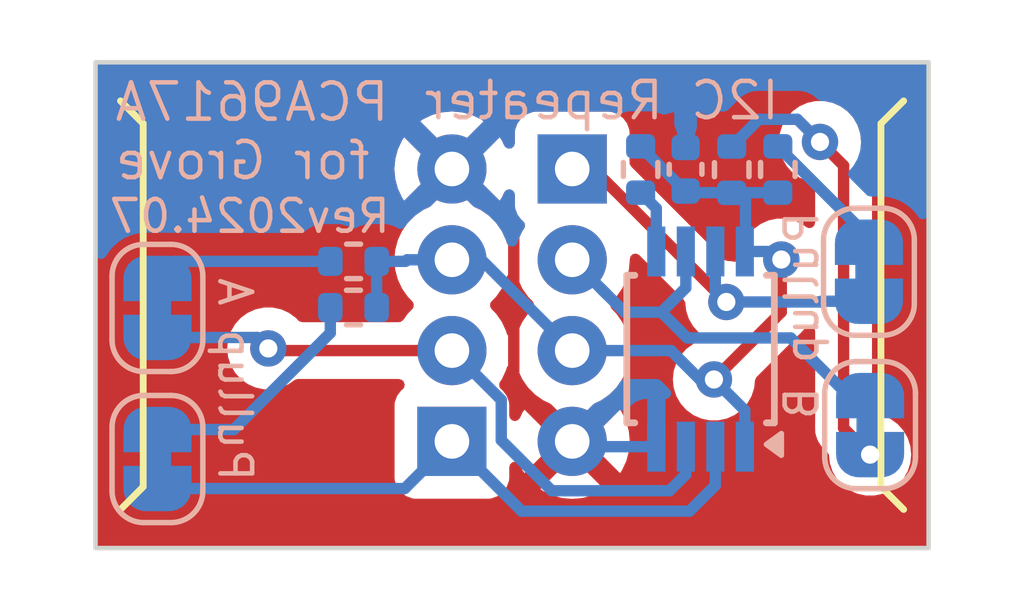
<source format=kicad_pcb>
(kicad_pcb (version 20221018) (generator pcbnew)
  (layers (0 "F.Cu" signal) (31 "B.Cu" signal) (34 "B.Paste" user) (35 "F.Paste" user) (36 "B.SilkS" user "B.Silkscreen") (37 "F.SilkS" user "F.Silkscreen") (38 "B.Mask" user) (39 "F.Mask" user) (44 "Edge.Cuts" user))
  (net 0 "")
  (net 1 "VCC")
  (net 2 "GND")
  (net 3 "/SCL0")
  (net 4 "/SDA0")
  (net 5 "/SCL1")
  (net 6 "/SDA1")
  (net 7 "Net-(U1-EN)")
  (net 8 "Net-(JP1-A)")
  (net 9 "Net-(JP2-A)")
  (net 10 "Net-(JP3-A)")
  (net 11 "Net-(JP4-A)")
  (footprint "asukiaaa-kicad-footprints:NS-Tech_Grove_1x04_P2mm_Horizontal_silk_inside" (layer "F.Cu") (at 174.05 57.15 180)
    (fp_text reference "J1" hide)
    (fp_text value "Grove-I2C")
    (fp_line (start 6.8 -4) (end 6.8 4) (stroke (width 0.15)) (layer "F.SilkS"))
    (fp_line (start 6.8 4) (end 7.3 4.5) (stroke (width 0.15)) (layer "F.SilkS"))
    (fp_line (start 7.3 -4.5) (end 6.8 -4) (stroke (width 0.15)) (layer "F.SilkS"))
    (pad "1" thru_hole rect (at 0 -3 180) (size 1.524 1.524) (drill 0.762) (layers "*.Cu" "*.Mask") (net 3 "/SCL0"))
    (pad "2" thru_hole circle (at 0 -1 180) (size 1.524 1.524) (drill 0.762) (layers "*.Cu" "*.Mask") (net 4 "/SDA0"))
    (pad "3" thru_hole circle (at 0 1 180) (size 1.524 1.524) (drill 0.762) (layers "*.Cu" "*.Mask") (net 1 "VCC"))
    (pad "4" thru_hole circle (at 0 3 180) (size 1.524 1.524) (drill 0.762) (layers "*.Cu" "*.Mask") (net 2 "GND"))
  )
  (footprint "asukiaaa-kicad-footprints:NS-Tech_Grove_1x04_P2mm_Horizontal_silk_inside" (layer "F.Cu") (at 176.7 57.15)
    (fp_text reference "J2" hide)
    (fp_text value "Grove-I2C")
    (fp_line (start 6.8 -4) (end 6.8 4) (stroke (width 0.15)) (layer "F.SilkS"))
    (fp_line (start 6.8 4) (end 7.3 4.5) (stroke (width 0.15)) (layer "F.SilkS"))
    (fp_line (start 7.3 -4.5) (end 6.8 -4) (stroke (width 0.15)) (layer "F.SilkS"))
    (pad "1" thru_hole rect (at 0 -3) (size 1.524 1.524) (drill 0.762) (layers "*.Cu" "*.Mask") (net 5 "/SCL1"))
    (pad "2" thru_hole circle (at 0 -1) (size 1.524 1.524) (drill 0.762) (layers "*.Cu" "*.Mask") (net 6 "/SDA1"))
    (pad "3" thru_hole circle (at 0 1) (size 1.524 1.524) (drill 0.762) (layers "*.Cu" "*.Mask") (net 1 "VCC"))
    (pad "4" thru_hole circle (at 0 3) (size 1.524 1.524) (drill 0.762) (layers "*.Cu" "*.Mask") (net 2 "GND"))
  )
  (footprint "Resistor_SMD:R_0402_1005Metric" (layer "B.Cu") (at 171.8818 57.2008 180)
    (fp_text reference "R2" hide)
    (fp_text value "10k")
    (fp_line (start -0.153641 -0.38) (end 0.153641 -0.38) (stroke (width 0.12)) (layer "B.SilkS"))
    (fp_line (start -0.153641 0.38) (end 0.153641 0.38) (stroke (width 0.12)) (layer "B.SilkS"))
    (pad "1" smd roundrect (at -0.51 0 180) (size 0.54 0.64) (layers "B.Cu" "B.Paste" "B.Mask") (net 1 "VCC"))
    (pad "2" smd roundrect (at 0.51 0 180) (size 0.54 0.64) (layers "B.Cu" "B.Paste" "B.Mask") (net 8 "Net-(JP1-A)"))
  )
  (footprint "Resistor_SMD:R_0402_1005Metric" (layer "B.Cu") (at 171.8838 56.1848 180)
    (fp_text reference "R3" hide)
    (fp_text value "10k")
    (fp_line (start -0.153641 -0.38) (end 0.153641 -0.38) (stroke (width 0.12)) (layer "B.SilkS"))
    (fp_line (start -0.153641 0.38) (end 0.153641 0.38) (stroke (width 0.12)) (layer "B.SilkS"))
    (pad "1" smd roundrect (at -0.51 0 180) (size 0.54 0.64) (layers "B.Cu" "B.Paste" "B.Mask") (net 1 "VCC"))
    (pad "2" smd roundrect (at 0.51 0 180) (size 0.54 0.64) (layers "B.Cu" "B.Paste" "B.Mask") (net 9 "Net-(JP2-A)"))
  )
  (footprint "Jumper:SolderJumper-2_P1.3mm_Bridged_RoundedPad1.0x1.5mm" (layer "B.Cu") (at 167.5638 57.2112 -90)
    (fp_text reference "JP2" hide)
    (fp_text value "Bridged")
    (fp_poly (pts (xy 0.25 0.3) (xy -0.25 0.3) (xy -0.25 -0.3) (xy 0.25 -0.3)) (fill solid) (layer "B.Cu"))
    (fp_line (start -1.4 -0.3) (end -1.4 0.3) (stroke (width 0.12)) (layer "B.SilkS"))
    (fp_line (start -0.7 1) (end 0.7 1) (stroke (width 0.12)) (layer "B.SilkS"))
    (fp_line (start 0.7 -1) (end -0.7 -1) (stroke (width 0.12)) (layer "B.SilkS"))
    (fp_line (start 1.4 0.3) (end 1.4 -0.3) (stroke (width 0.12)) (layer "B.SilkS"))
    (fp_arc (start -1.4 -0.3) (mid -1.194975 -0.794975) (end -0.7 -1) (stroke (width 0.12)) (layer "B.SilkS"))
    (fp_arc (start -0.7 1) (mid -1.194975 0.794975) (end -1.4 0.3) (stroke (width 0.12)) (layer "B.SilkS"))
    (fp_arc (start 0.7 -1) (mid 1.194975 -0.794975) (end 1.4 -0.3) (stroke (width 0.12)) (layer "B.SilkS"))
    (fp_arc (start 1.4 0.3) (mid 1.194975 0.794975) (end 0.7 1) (stroke (width 0.12)) (layer "B.SilkS"))
    (pad "1" smd custom (at -0.65 0 270) (size 1 0.5) (layers "B.Cu" "B.Mask") (net 9 "Net-(JP2-A)") (options (clearance outline) (anchor rect)) (primitives (gr_circle (center 0 -0.25) (end 0.5 -0.25) (width 0) (fill yes)) (gr_circle (center 0 0.25) (end 0.5 0.25) (width 0) (fill yes)) (gr_poly (pts (xy 0.5 -0.75) (xy 0 -0.75) (xy 0 0.75) (xy 0.5 0.75)) (width 0) (fill yes))))
    (pad "2" smd custom (at 0.65 0 270) (size 1 0.5) (layers "B.Cu" "B.Mask") (net 4 "/SDA0") (options (clearance outline) (anchor rect)) (primitives (gr_circle (center 0 -0.25) (end 0.5 -0.25) (width 0) (fill yes)) (gr_circle (center 0 0.25) (end 0.5 0.25) (width 0) (fill yes)) (gr_poly (pts (xy 0 -0.75) (xy -0.5 -0.75) (xy -0.5 0.75) (xy 0 0.75)) (width 0) (fill yes))))
  )
  (footprint "Jumper:SolderJumper-2_P1.3mm_Bridged_RoundedPad1.0x1.5mm" (layer "B.Cu") (at 167.5638 60.5386 -90)
    (fp_text reference "JP1" hide)
    (fp_text value "Bridged")
    (fp_poly (pts (xy 0.25 0.3) (xy -0.25 0.3) (xy -0.25 -0.3) (xy 0.25 -0.3)) (fill solid) (layer "B.Cu"))
    (fp_line (start -1.4 -0.3) (end -1.4 0.3) (stroke (width 0.12)) (layer "B.SilkS"))
    (fp_line (start -0.7 1) (end 0.7 1) (stroke (width 0.12)) (layer "B.SilkS"))
    (fp_line (start 0.7 -1) (end -0.7 -1) (stroke (width 0.12)) (layer "B.SilkS"))
    (fp_line (start 1.4 0.3) (end 1.4 -0.3) (stroke (width 0.12)) (layer "B.SilkS"))
    (fp_arc (start -1.4 -0.3) (mid -1.194975 -0.794975) (end -0.7 -1) (stroke (width 0.12)) (layer "B.SilkS"))
    (fp_arc (start -0.7 1) (mid -1.194975 0.794975) (end -1.4 0.3) (stroke (width 0.12)) (layer "B.SilkS"))
    (fp_arc (start 0.7 -1) (mid 1.194975 -0.794975) (end 1.4 -0.3) (stroke (width 0.12)) (layer "B.SilkS"))
    (fp_arc (start 1.4 0.3) (mid 1.194975 0.794975) (end 0.7 1) (stroke (width 0.12)) (layer "B.SilkS"))
    (pad "1" smd custom (at -0.65 0 270) (size 1 0.5) (layers "B.Cu" "B.Mask") (net 8 "Net-(JP1-A)") (options (clearance outline) (anchor rect)) (primitives (gr_circle (center 0 -0.25) (end 0.5 -0.25) (width 0) (fill yes)) (gr_circle (center 0 0.25) (end 0.5 0.25) (width 0) (fill yes)) (gr_poly (pts (xy 0.5 -0.75) (xy 0 -0.75) (xy 0 0.75) (xy 0.5 0.75)) (width 0) (fill yes))))
    (pad "2" smd custom (at 0.65 0 270) (size 1 0.5) (layers "B.Cu" "B.Mask") (net 3 "/SCL0") (options (clearance outline) (anchor rect)) (primitives (gr_circle (center 0 -0.25) (end 0.5 -0.25) (width 0) (fill yes)) (gr_circle (center 0 0.25) (end 0.5 0.25) (width 0) (fill yes)) (gr_poly (pts (xy 0 -0.75) (xy -0.5 -0.75) (xy -0.5 0.75) (xy 0 0.75)) (width 0) (fill yes))))
  )
  (footprint "Jumper:SolderJumper-2_P1.3mm_Bridged_RoundedPad1.0x1.5mm" (layer "B.Cu") (at 183.2356 56.4134 -90)
    (fp_text reference "JP3" hide)
    (fp_text value "Bridged")
    (fp_poly (pts (xy 0.25 0.3) (xy -0.25 0.3) (xy -0.25 -0.3) (xy 0.25 -0.3)) (fill solid) (layer "B.Cu"))
    (fp_line (start -1.4 -0.3) (end -1.4 0.3) (stroke (width 0.12)) (layer "B.SilkS"))
    (fp_line (start -0.7 1) (end 0.7 1) (stroke (width 0.12)) (layer "B.SilkS"))
    (fp_line (start 0.7 -1) (end -0.7 -1) (stroke (width 0.12)) (layer "B.SilkS"))
    (fp_line (start 1.4 0.3) (end 1.4 -0.3) (stroke (width 0.12)) (layer "B.SilkS"))
    (fp_arc (start -1.4 -0.3) (mid -1.194975 -0.794975) (end -0.7 -1) (stroke (width 0.12)) (layer "B.SilkS"))
    (fp_arc (start -0.7 1) (mid -1.194975 0.794975) (end -1.4 0.3) (stroke (width 0.12)) (layer "B.SilkS"))
    (fp_arc (start 0.7 -1) (mid 1.194975 -0.794975) (end 1.4 -0.3) (stroke (width 0.12)) (layer "B.SilkS"))
    (fp_arc (start 1.4 0.3) (mid 1.194975 0.794975) (end 0.7 1) (stroke (width 0.12)) (layer "B.SilkS"))
    (pad "1" smd custom (at -0.65 0 270) (size 1 0.5) (layers "B.Cu" "B.Mask") (net 10 "Net-(JP3-A)") (options (clearance outline) (anchor rect)) (primitives (gr_circle (center 0 -0.25) (end 0.5 -0.25) (width 0) (fill yes)) (gr_circle (center 0 0.25) (end 0.5 0.25) (width 0) (fill yes)) (gr_poly (pts (xy 0.5 -0.75) (xy 0 -0.75) (xy 0 0.75) (xy 0.5 0.75)) (width 0) (fill yes))))
    (pad "2" smd custom (at 0.65 0 270) (size 1 0.5) (layers "B.Cu" "B.Mask") (net 5 "/SCL1") (options (clearance outline) (anchor rect)) (primitives (gr_circle (center 0 -0.25) (end 0.5 -0.25) (width 0) (fill yes)) (gr_circle (center 0 0.25) (end 0.5 0.25) (width 0) (fill yes)) (gr_poly (pts (xy 0 -0.75) (xy -0.5 -0.75) (xy -0.5 0.75) (xy 0 0.75)) (width 0) (fill yes))))
  )
  (footprint "Resistor_SMD:R_0402_1005Metric" (layer "B.Cu") (at 181.229 54.1612 90)
    (fp_text reference "R4" hide)
    (fp_text value "10k")
    (fp_line (start -0.153641 -0.38) (end 0.153641 -0.38) (stroke (width 0.12)) (layer "B.SilkS"))
    (fp_line (start -0.153641 0.38) (end 0.153641 0.38) (stroke (width 0.12)) (layer "B.SilkS"))
    (pad "1" smd roundrect (at -0.51 0 90) (size 0.54 0.64) (layers "B.Cu" "B.Paste" "B.Mask") (net 1 "VCC"))
    (pad "2" smd roundrect (at 0.51 0 90) (size 0.54 0.64) (layers "B.Cu" "B.Paste" "B.Mask") (net 10 "Net-(JP3-A)"))
  )
  (footprint "Capacitor_SMD:C_0402_1005Metric" (layer "B.Cu") (at 179.197 54.1568 90)
    (fp_text reference "C1" hide)
    (fp_text value "0.1uF")
    (fp_line (start -0.107836 -0.36) (end 0.107836 -0.36) (stroke (width 0.12)) (layer "B.SilkS"))
    (fp_line (start -0.107836 0.36) (end 0.107836 0.36) (stroke (width 0.12)) (layer "B.SilkS"))
    (pad "1" smd roundrect (at -0.48 0 90) (size 0.56 0.62) (layers "B.Cu" "B.Paste" "B.Mask") (net 1 "VCC"))
    (pad "2" smd roundrect (at 0.48 0 90) (size 0.56 0.62) (layers "B.Cu" "B.Paste" "B.Mask") (net 2 "GND"))
  )
  (footprint "Package_SO:TSSOP-8_3x3mm_P0.65mm" (layer "B.Cu") (at 179.5272 58.1166 90)
    (fp_text reference "U1" hide)
    (fp_text value "PCA9617")
    (fp_line (start -1.625 -1.625) (end 1.625 -1.625) (stroke (width 0.15)) (layer "B.SilkS"))
    (fp_line (start -1.625 -1.45) (end -1.625 -1.625) (stroke (width 0.15)) (layer "B.SilkS"))
    (fp_line (start -1.625 1.625) (end -1.625 1.45) (stroke (width 0.15)) (layer "B.SilkS"))
    (fp_line (start -1.625 1.625) (end 1.625 1.625) (stroke (width 0.15)) (layer "B.SilkS"))
    (fp_line (start 1.625 -1.45) (end 1.625 -1.625) (stroke (width 0.15)) (layer "B.SilkS"))
    (fp_line (start 1.625 1.625) (end 1.625 1.45) (stroke (width 0.15)) (layer "B.SilkS"))
    (fp_poly (pts (xy -2.1 1.45) (xy -2.34 1.78) (xy -1.86 1.78) (xy -2.1 1.45)) (stroke (width 0.12)) (fill solid) (layer "B.SilkS"))
    (pad "1" smd rect (at -2.15 0.975 90) (size 1.1 0.4) (layers "B.Cu" "B.Paste" "B.Mask") (net 1 "VCC"))
    (pad "2" smd rect (at -2.15 0.325 90) (size 1.1 0.4) (layers "B.Cu" "B.Paste" "B.Mask") (net 3 "/SCL0"))
    (pad "3" smd rect (at -2.15 -0.325 90) (size 1.1 0.4) (layers "B.Cu" "B.Paste" "B.Mask") (net 4 "/SDA0"))
    (pad "4" smd rect (at -2.15 -0.975 90) (size 1.1 0.4) (layers "B.Cu" "B.Paste" "B.Mask") (net 2 "GND"))
    (pad "5" smd rect (at 2.15 -0.975 90) (size 1.1 0.4) (layers "B.Cu" "B.Paste" "B.Mask") (net 7 "Net-(U1-EN)"))
    (pad "6" smd rect (at 2.15 -0.325 90) (size 1.1 0.4) (layers "B.Cu" "B.Paste" "B.Mask") (net 6 "/SDA1"))
    (pad "7" smd rect (at 2.15 0.325 90) (size 1.1 0.4) (layers "B.Cu" "B.Paste" "B.Mask") (net 5 "/SCL1"))
    (pad "8" smd rect (at 2.15 0.975 90) (size 1.1 0.4) (layers "B.Cu" "B.Paste" "B.Mask") (net 1 "VCC"))
  )
  (footprint "Resistor_SMD:R_0402_1005Metric" (layer "B.Cu") (at 180.213 54.1652 90)
    (fp_text reference "R5" hide)
    (fp_text value "10k")
    (fp_line (start -0.153641 -0.38) (end 0.153641 -0.38) (stroke (width 0.12)) (layer "B.SilkS"))
    (fp_line (start -0.153641 0.38) (end 0.153641 0.38) (stroke (width 0.12)) (layer "B.SilkS"))
    (pad "1" smd roundrect (at -0.51 0 90) (size 0.54 0.64) (layers "B.Cu" "B.Paste" "B.Mask") (net 1 "VCC"))
    (pad "2" smd roundrect (at 0.51 0 90) (size 0.54 0.64) (layers "B.Cu" "B.Paste" "B.Mask") (net 11 "Net-(JP4-A)"))
  )
  (footprint "Jumper:SolderJumper-2_P1.3mm_Bridged_RoundedPad1.0x1.5mm" (layer "B.Cu") (at 183.261 59.7916 90)
    (fp_text reference "JP4" hide)
    (fp_text value "Bridged")
    (fp_poly (pts (xy 0.25 0.3) (xy -0.25 0.3) (xy -0.25 -0.3) (xy 0.25 -0.3)) (fill solid) (layer "B.Cu"))
    (fp_line (start -1.4 -0.3) (end -1.4 0.3) (stroke (width 0.12)) (layer "B.SilkS"))
    (fp_line (start -0.7 1) (end 0.7 1) (stroke (width 0.12)) (layer "B.SilkS"))
    (fp_line (start 0.7 -1) (end -0.7 -1) (stroke (width 0.12)) (layer "B.SilkS"))
    (fp_line (start 1.4 0.3) (end 1.4 -0.3) (stroke (width 0.12)) (layer "B.SilkS"))
    (fp_arc (start -1.4 -0.3) (mid -1.194975 -0.794975) (end -0.7 -1) (stroke (width 0.12)) (layer "B.SilkS"))
    (fp_arc (start -0.7 1) (mid -1.194975 0.794975) (end -1.4 0.3) (stroke (width 0.12)) (layer "B.SilkS"))
    (fp_arc (start 0.7 -1) (mid 1.194975 -0.794975) (end 1.4 -0.3) (stroke (width 0.12)) (layer "B.SilkS"))
    (fp_arc (start 1.4 0.3) (mid 1.194975 0.794975) (end 0.7 1) (stroke (width 0.12)) (layer "B.SilkS"))
    (pad "1" smd custom (at -0.65 0 90) (size 1 0.5) (layers "B.Cu" "B.Mask") (net 11 "Net-(JP4-A)") (options (clearance outline) (anchor rect)) (primitives (gr_circle (center 0 -0.25) (end 0.5 -0.25) (width 0) (fill yes)) (gr_circle (center 0 0.25) (end 0.5 0.25) (width 0) (fill yes)) (gr_poly (pts (xy 0.5 -0.75) (xy 0 -0.75) (xy 0 0.75) (xy 0.5 0.75)) (width 0) (fill yes))))
    (pad "2" smd custom (at 0.65 0 90) (size 1 0.5) (layers "B.Cu" "B.Mask") (net 6 "/SDA1") (options (clearance outline) (anchor rect)) (primitives (gr_circle (center 0 -0.25) (end 0.5 -0.25) (width 0) (fill yes)) (gr_circle (center 0 0.25) (end 0.5 0.25) (width 0) (fill yes)) (gr_poly (pts (xy 0 -0.75) (xy -0.5 -0.75) (xy -0.5 0.75) (xy 0 0.75)) (width 0) (fill yes))))
  )
  (footprint "Resistor_SMD:R_0402_1005Metric" (layer "B.Cu") (at 178.2064 54.1612 -90)
    (fp_text reference "R1" hide)
    (fp_text value "10k")
    (fp_line (start -0.153641 -0.38) (end 0.153641 -0.38) (stroke (width 0.12)) (layer "B.SilkS"))
    (fp_line (start -0.153641 0.38) (end 0.153641 0.38) (stroke (width 0.12)) (layer "B.SilkS"))
    (pad "1" smd roundrect (at -0.51 0 270) (size 0.54 0.64) (layers "B.Cu" "B.Paste" "B.Mask") (net 1 "VCC"))
    (pad "2" smd roundrect (at 0.51 0 270) (size 0.54 0.64) (layers "B.Cu" "B.Paste" "B.Mask") (net 7 "Net-(U1-EN)"))
  )
  (gr_rect (start 166.2 51.8) (end 184.55 62.5) (stroke (width 0.1)) (fill none) (layer "Edge.Cuts"))
  (gr_text "PCA9617A\nfor Grove" (at 166.5732 54.4322) (layer "B.SilkS") (effects (font (size 0.8 0.8) (thickness 0.1)) (justify right bottom mirror)))
  (gr_text "Rev2024.07" (at 172.7454 55.6006) (layer "B.SilkS") (effects (font (size 0.7 0.7) (thickness 0.1)) (justify left bottom mirror)))
  (gr_text "I2C Repeater" (at 173.3804 53.1114) (layer "B.SilkS") (effects (font (size 0.8 0.8) (thickness 0.1)) (justify right bottom mirror)))
  (gr_text "Pullup A" (at 168.8592 61.087 270) (layer "B.SilkS") (effects (font (size 0.7 0.7) (thickness 0.1)) (justify left bottom mirror)))
  (gr_text "Pullup B" (at 182.1688 55.0268 90) (layer "B.SilkS") (effects (font (size 0.7 0.7) (thickness 0.1)) (justify left bottom mirror)))
  (segment (start 181.3052 56.1444) (end 181.3052 57.3024) (width 0.25) (layer "F.Cu") (net 1))
  (segment (start 181.3052 57.3024) (end 179.8216 58.786) (width 0.25) (layer "F.Cu") (net 1))
  (via (at 179.8216 58.786) (size 0.8) (drill 0.4) (layers "F.Cu" "B.Cu") (net 1))
  (via (at 181.3052 56.1444) (size 0.8) (drill 0.4) (layers "F.Cu" "B.Cu") (net 1))
  (segment (start 178.2064 53.6512) (end 178.2064 53.65769) (width 0.25) (layer "B.Cu") (net 1))
  (segment (start 172.3918 57.2008) (end 172.3918 56.1868) (width 0.25) (layer "B.Cu") (net 1))
  (segment (start 181.3052 56.1444) (end 181.1274 55.9666) (width 0.25) (layer "B.Cu") (net 1))
  (segment (start 172.3918 56.1868) (end 172.3938 56.1848) (width 0.25) (layer "B.Cu") (net 1))
  (segment (start 179.39771 54.6712) (end 181.4068 54.6712) (width 0.25) (layer "B.Cu") (net 1))
  (segment (start 181.1274 55.9666) (end 180.5022 55.9666) (width 0.25) (layer "B.Cu") (net 1))
  (segment (start 173.0268 56.1848) (end 173.0616 56.15) (width 0.25) (layer "B.Cu") (net 1))
  (segment (start 180.5022 59.4666) (end 180.5022 60.2666) (width 0.25) (layer "B.Cu") (net 1))
  (segment (start 172.3938 56.1848) (end 173.0268 56.1848) (width 0.25) (layer "B.Cu") (net 1))
  (segment (start 179.511606 58.786) (end 179.8216 58.786) (width 0.25) (layer "B.Cu") (net 1))
  (segment (start 176.7 58.15) (end 176.9446 58.3946) (width 0.25) (layer "B.Cu") (net 1))
  (segment (start 180.5178 55.951) (end 180.5022 55.9666) (width 0.25) (layer "B.Cu") (net 1))
  (segment (start 174.05 56.15) (end 173.0616 56.15) (width 0.25) (layer "B.Cu") (net 1))
  (segment (start 180.3908 54.6752) (end 180.5178 54.8022) (width 0.25) (layer "B.Cu") (net 1))
  (segment (start 179.8216 58.786) (end 180.5022 59.4666) (width 0.25) (layer "B.Cu") (net 1))
  (segment (start 178.2064 53.65769) (end 179.21991 54.6712) (width 0.25) (layer "B.Cu") (net 1))
  (segment (start 174.7 56.15) (end 174.05 56.15) (width 0.25) (layer "B.Cu") (net 1))
  (segment (start 180.5178 54.8022) (end 180.5178 55.951) (width 0.25) (layer "B.Cu") (net 1))
  (segment (start 176.7 58.15) (end 174.7 56.15) (width 0.25) (layer "B.Cu") (net 1))
  (segment (start 178.875606 58.15) (end 179.511606 58.786) (width 0.25) (layer "B.Cu") (net 1))
  (segment (start 176.9446 58.15) (end 178.875606 58.15) (width 0.25) (layer "B.Cu") (net 1))
  (segment (start 175.4124 58.8624) (end 175.4124 55.5124) (width 0.25) (layer "F.Cu") (net 2))
  (segment (start 176.7 60.15) (end 175.4124 58.8624) (width 0.25) (layer "F.Cu") (net 2))
  (segment (start 175.4124 55.5124) (end 174.05 54.15) (width 0.25) (layer "F.Cu") (net 2))
  (segment (start 178.5522 59.3188) (end 178.562 59.309) (width 0.25) (layer "B.Cu") (net 2))
  (segment (start 178.5522 60.2666) (end 176.8166 60.2666) (width 0.25) (layer "B.Cu") (net 2))
  (segment (start 178.5522 60.2666) (end 178.5522 59.3188) (width 0.25) (layer "B.Cu") (net 2))
  (segment (start 176.9748 59.8752) (end 176.7 60.15) (width 0.25) (layer "B.Cu") (net 2))
  (segment (start 176.8166 60.2666) (end 176.7 60.15) (width 0.25) (layer "B.Cu") (net 2))
  (segment (start 179.8522 61.1176) (end 179.2828 61.687) (width 0.25) (layer "B.Cu") (net 3))
  (segment (start 173.0114 61.1886) (end 174.05 60.15) (width 0.25) (layer "B.Cu") (net 3))
  (segment (start 179.2828 61.687) (end 175.587 61.687) (width 0.25) (layer "B.Cu") (net 3))
  (segment (start 179.8522 60.2666) (end 179.8522 61.1176) (width 0.25) (layer "B.Cu") (net 3))
  (segment (start 179.8522 60.2666) (end 179.8066 60.3122) (width 0.25) (layer "B.Cu") (net 3))
  (segment (start 167.5638 61.1886) (end 173.0114 61.1886) (width 0.25) (layer "B.Cu") (net 3))
  (segment (start 175.587 61.687) (end 174.05 60.15) (width 0.25) (layer "B.Cu") (net 3))
  (segment (start 170.053 58.15) (end 174.05 58.15) (width 0.25) (layer "F.Cu") (net 4))
  (segment (start 170.005547 58.102547) (end 170.053 58.15) (width 0.25) (layer "F.Cu") (net 4))
  (via (at 170.005547 58.102547) (size 0.8) (drill 0.4) (layers "F.Cu" "B.Cu") (net 4))
  (segment (start 175.137 60.124251) (end 175.137 59.237) (width 0.25) (layer "B.Cu") (net 4))
  (segment (start 179.2022 60.6252) (end 179.2022 60.8786) (width 0.25) (layer "B.Cu") (net 4))
  (segment (start 169.7642 57.8612) (end 167.5638 57.8612) (width 0.25) (layer "B.Cu") (net 4))
  (segment (start 175.137 59.237) (end 174.05 58.15) (width 0.25) (layer "B.Cu") (net 4))
  (segment (start 178.8438 61.237) (end 176.249749 61.237) (width 0.25) (layer "B.Cu") (net 4))
  (segment (start 173.7612 57.8612) (end 174.05 58.15) (width 0.25) (layer "B.Cu") (net 4))
  (segment (start 173.8816 58.3184) (end 174.05 58.15) (width 0.25) (layer "B.Cu") (net 4))
  (segment (start 179.2022 60.8786) (end 178.8438 61.237) (width 0.25) (layer "B.Cu") (net 4))
  (segment (start 170.005547 58.102547) (end 169.7642 57.8612) (width 0.25) (layer "B.Cu") (net 4))
  (segment (start 176.249749 61.237) (end 175.137 60.124251) (width 0.25) (layer "B.Cu") (net 4))
  (segment (start 177.164928 54.15) (end 177.648964 54.634036) (width 0.25) (layer "F.Cu") (net 5))
  (segment (start 177.556327 54.5414) (end 180.094393 57.079466) (width 0.25) (layer "F.Cu") (net 5))
  (segment (start 176.7 54.15) (end 177.164928 54.15) (width 0.25) (layer "F.Cu") (net 5))
  (via (at 180.094393 57.079466) (size 0.8) (drill 0.4) (layers "F.Cu" "B.Cu") (net 5))
  (segment (start 179.8522 56.837273) (end 179.8522 55.9666) (width 0.25) (layer "B.Cu") (net 5))
  (segment (start 180.094393 57.079466) (end 179.8522 56.837273) (width 0.25) (layer "B.Cu") (net 5))
  (segment (start 182.1896 57.0634) (end 183.1848 57.0634) (width 0.25) (layer "B.Cu") (net 5))
  (segment (start 180.094393 57.079466) (end 182.173534 57.079466) (width 0.25) (layer "B.Cu") (net 5))
  (segment (start 182.173534 57.079466) (end 182.1896 57.0634) (width 0.25) (layer "B.Cu") (net 5))
  (segment (start 182.8038 59.1624) (end 181.513 57.8716) (width 0.25) (layer "B.Cu") (net 6))
  (segment (start 177.3182 56.7682) (end 177.853399 57.303399) (width 0.25) (layer "B.Cu") (net 6))
  (segment (start 179.233602 57.8716) (end 178.665401 57.303399) (width 0.25) (layer "B.Cu") (net 6))
  (segment (start 177.853399 57.303399) (end 178.665401 57.303399) (width 0.25) (layer "B.Cu") (net 6))
  (segment (start 176.7 56.15) (end 177.461999 56.911999) (width 0.25) (layer "B.Cu") (net 6))
  (segment (start 178.665401 57.303399) (end 179.2022 56.7666) (width 0.25) (layer "B.Cu") (net 6))
  (segment (start 181.513 57.8716) (end 179.233602 57.8716) (width 0.25) (layer "B.Cu") (net 6))
  (segment (start 179.2022 56.7666) (end 179.2022 55.9666) (width 0.25) (layer "B.Cu") (net 6))
  (segment (start 178.5522 55.9666) (end 178.5522 55.017) (width 0.25) (layer "B.Cu") (net 7))
  (segment (start 178.5874 55.9314) (end 178.5522 55.9666) (width 0.25) (layer "B.Cu") (net 7))
  (segment (start 178.5522 55.017) (end 178.2064 54.6712) (width 0.25) (layer "B.Cu") (net 7))
  (segment (start 171.3718 57.2008) (end 171.3718 57.7616) (width 0.25) (layer "B.Cu") (net 8))
  (segment (start 171.3718 57.7616) (end 169.2448 59.8886) (width 0.25) (layer "B.Cu") (net 8))
  (segment (start 169.2448 59.8886) (end 167.5638 59.8886) (width 0.25) (layer "B.Cu") (net 8))
  (segment (start 167.8732 56.8706) (end 167.5638 56.5612) (width 0.25) (layer "B.Cu") (net 9))
  (segment (start 171.3738 56.1848) (end 167.9402 56.1848) (width 0.25) (layer "B.Cu") (net 9))
  (segment (start 167.9402 56.1848) (end 167.5638 56.5612) (width 0.25) (layer "B.Cu") (net 9))
  (segment (start 181.229 53.6512) (end 183.1848 55.607) (width 0.25) (layer "B.Cu") (net 10))
  (segment (start 182.6768 54.073694) (end 182.6768 59.8574) (width 0.25) (layer "F.Cu") (net 11))
  (segment (start 182.6768 59.8574) (end 183.261 60.4416) (width 0.25) (layer "F.Cu") (net 11))
  (segment (start 182.157553 53.554447) (end 182.6768 54.073694) (width 0.25) (layer "F.Cu") (net 11))
  (via (at 183.261 60.4416) (size 0.8) (drill 0.4) (layers "F.Cu" "B.Cu") (net 11))
  (via (at 182.157553 53.554447) (size 0.8) (drill 0.4) (layers "F.Cu" "B.Cu") (net 11))
  (segment (start 180.8164 53.0562) (end 180.812 53.0606) (width 0.25) (layer "B.Cu") (net 11))
  (segment (start 181.659306 53.0606) (end 181.654906 53.0562) (width 0.25) (layer "B.Cu") (net 11))
  (segment (start 182.157553 53.554447) (end 181.659306 53.0562) (width 0.25) (layer "B.Cu") (net 11))
  (segment (start 181.654906 53.0562) (end 180.8164 53.0562) (width 0.25) (layer "B.Cu") (net 11))
  (segment (start 180.812 53.0562) (end 180.213 53.6552) (width 0.25) (layer "B.Cu") (net 11))
  (zone (net 2) (net_name "GND") (layers "F&B.Cu") (connect_pads (clearance 0.5)) (min_thickness 0.25) (fill yes (thermal_gap 0.5) (thermal_bridge_width 0.5))
    (polygon (pts (xy 166 51.4) (xy 166 62.75) (xy 184.85 62.8) (xy 184.8 51.5) (xy 184.8 51.55)))
  )
)
</source>
